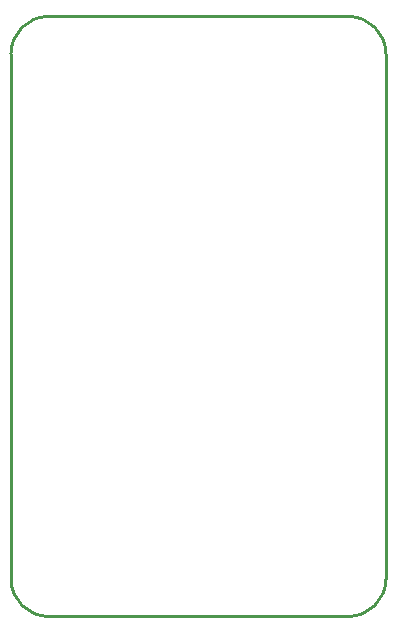
<source format=gbr>
G04 (created by PCBNEW (2013-jul-07)-stable) date Mon 21 Nov 2016 11:31:40 AM PST*
%MOIN*%
G04 Gerber Fmt 3.4, Leading zero omitted, Abs format*
%FSLAX34Y34*%
G01*
G70*
G90*
G04 APERTURE LIST*
%ADD10C,0.00590551*%
%ADD11C,0.01*%
G04 APERTURE END LIST*
G54D10*
G54D11*
X41250Y-30000D02*
X31250Y-30000D01*
X42500Y-48750D02*
X42500Y-31250D01*
X31250Y-50000D02*
X41250Y-50000D01*
X30000Y-31250D02*
X30000Y-48750D01*
X41250Y-50000D02*
G75*
G03X42500Y-48750I0J1250D01*
G74*
G01*
X30000Y-48750D02*
G75*
G03X31250Y-50000I1250J0D01*
G74*
G01*
X42500Y-31250D02*
G75*
G03X41250Y-30000I-1250J0D01*
G74*
G01*
X31250Y-30000D02*
G75*
G03X30000Y-31250I0J-1250D01*
G74*
G01*
M02*

</source>
